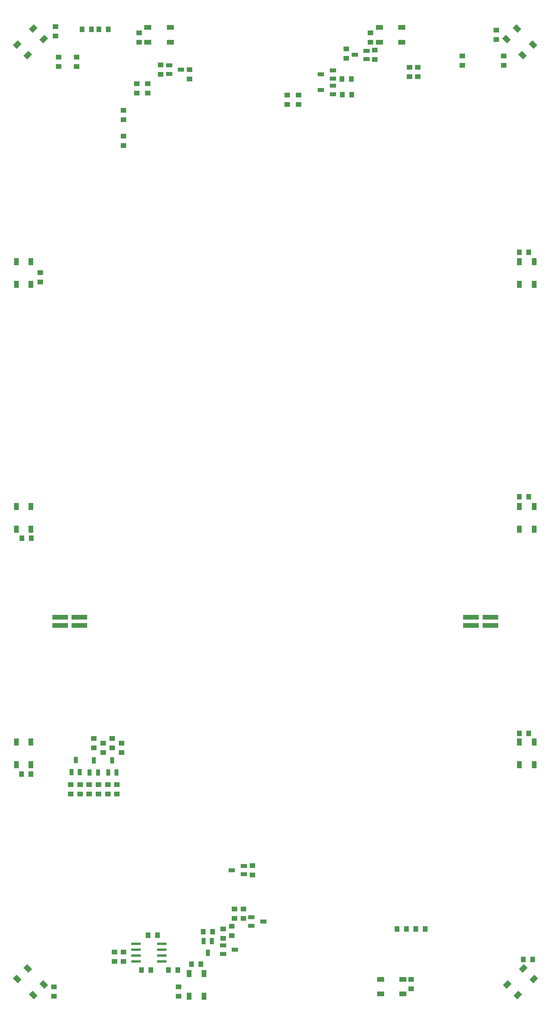
<source format=gbp>
G04*
G04 #@! TF.GenerationSoftware,Altium Limited,Altium Designer,18.1.9 (240)*
G04*
G04 Layer_Color=128*
%FSLAX44Y44*%
%MOMM*%
G71*
G01*
G75*
%ADD80R,1.2700X1.0160*%
%ADD82R,1.0160X1.2700*%
%ADD95R,1.4000X0.9000*%
%ADD99R,0.9000X1.4000*%
%ADD210R,3.5000X1.0000*%
%ADD211R,1.1000X1.5000*%
G04:AMPARAMS|DCode=212|XSize=1.1mm|YSize=1.5mm|CornerRadius=0mm|HoleSize=0mm|Usage=FLASHONLY|Rotation=135.000|XOffset=0mm|YOffset=0mm|HoleType=Round|Shape=Rectangle|*
%AMROTATEDRECTD212*
4,1,4,0.9192,0.1414,-0.1414,-0.9192,-0.9192,-0.1414,0.1414,0.9192,0.9192,0.1414,0.0*
%
%ADD212ROTATEDRECTD212*%

%ADD213R,1.5000X1.1000*%
%ADD214R,2.0000X0.6000*%
G04:AMPARAMS|DCode=215|XSize=1.1mm|YSize=1.5mm|CornerRadius=0mm|HoleSize=0mm|Usage=FLASHONLY|Rotation=45.000|XOffset=0mm|YOffset=0mm|HoleType=Round|Shape=Rectangle|*
%AMROTATEDRECTD215*
4,1,4,0.1414,-0.9192,-0.9192,0.1414,-0.1414,0.9192,0.9192,-0.1414,0.1414,-0.9192,0.0*
%
%ADD215ROTATEDRECTD215*%

D80*
X181000Y-1667160D02*
D03*
Y-1646840D02*
D03*
X162000Y-1667160D02*
D03*
Y-1646840D02*
D03*
X156000Y-1683840D02*
D03*
Y-1704160D02*
D03*
X137000Y-1689840D02*
D03*
Y-1710160D02*
D03*
X-83000Y-1288090D02*
D03*
Y-1308410D02*
D03*
X-123000Y-1288250D02*
D03*
Y-1308570D02*
D03*
X-93000Y-1378090D02*
D03*
Y-1398410D02*
D03*
X-113000Y-1398250D02*
D03*
Y-1377930D02*
D03*
X-133000Y-1378107D02*
D03*
Y-1398427D02*
D03*
X-153000Y-1398410D02*
D03*
Y-1378090D02*
D03*
X-173000Y-1398410D02*
D03*
Y-1378090D02*
D03*
X-193000Y-1398410D02*
D03*
Y-1378090D02*
D03*
X-79000Y26160D02*
D03*
Y5840D02*
D03*
Y82220D02*
D03*
Y61900D02*
D03*
X64000Y170160D02*
D03*
Y149840D02*
D03*
X2000Y180320D02*
D03*
Y160000D02*
D03*
X-180700Y176680D02*
D03*
Y197000D02*
D03*
X-219000Y176680D02*
D03*
Y197000D02*
D03*
X-45000Y249160D02*
D03*
Y228840D02*
D03*
X275875Y94840D02*
D03*
Y115160D02*
D03*
X301000Y94840D02*
D03*
Y115160D02*
D03*
X541000Y175160D02*
D03*
Y154840D02*
D03*
X559000D02*
D03*
Y175160D02*
D03*
X655600Y199760D02*
D03*
Y179440D02*
D03*
X745000Y199760D02*
D03*
Y179440D02*
D03*
X-98000Y-1760160D02*
D03*
Y-1739840D02*
D03*
X-79000Y-1760160D02*
D03*
Y-1739840D02*
D03*
X404000Y194840D02*
D03*
Y215160D02*
D03*
X466000Y191840D02*
D03*
Y212160D02*
D03*
X201000Y-1552840D02*
D03*
Y-1573160D02*
D03*
X-50000Y118840D02*
D03*
Y139160D02*
D03*
X-26000Y118840D02*
D03*
Y139160D02*
D03*
X729000Y234840D02*
D03*
Y255160D02*
D03*
X456000Y249320D02*
D03*
Y229000D02*
D03*
X544090Y-1819320D02*
D03*
Y-1799000D02*
D03*
X40840Y-1815840D02*
D03*
Y-1836160D02*
D03*
X-229000D02*
D03*
Y-1815840D02*
D03*
X-226000Y263160D02*
D03*
Y242840D02*
D03*
X-259000Y-290160D02*
D03*
Y-269840D02*
D03*
X-103000Y-1278090D02*
D03*
Y-1298410D02*
D03*
X-143000Y-1277930D02*
D03*
Y-1298250D02*
D03*
D82*
X415160Y150000D02*
D03*
X394840D02*
D03*
X808160Y-1756000D02*
D03*
X787840D02*
D03*
X554840Y-1690000D02*
D03*
X575160D02*
D03*
X534660D02*
D03*
X514340D02*
D03*
X19000Y-1779000D02*
D03*
X39320D02*
D03*
X-19790D02*
D03*
X-40110D02*
D03*
X-25160Y-1704000D02*
D03*
X-4840D02*
D03*
X-132105Y257000D02*
D03*
X-111785D02*
D03*
X416160Y116000D02*
D03*
X395840D02*
D03*
X-168160Y257000D02*
D03*
X-147840D02*
D03*
X89000Y-1766000D02*
D03*
X68680D02*
D03*
X114160Y-1696000D02*
D03*
X93840D02*
D03*
X778840Y-755000D02*
D03*
X799160D02*
D03*
Y-1267000D02*
D03*
X778840D02*
D03*
X799160Y-225400D02*
D03*
X778840D02*
D03*
X-279000Y-1355000D02*
D03*
X-299320D02*
D03*
X-299160Y-844000D02*
D03*
X-278840D02*
D03*
D95*
X224340Y-1674000D02*
D03*
X198340Y-1665000D02*
D03*
Y-1683000D02*
D03*
X163000Y-1735000D02*
D03*
X137000Y-1726000D02*
D03*
Y-1744000D02*
D03*
X156000Y-1563000D02*
D03*
X182000Y-1572000D02*
D03*
Y-1554000D02*
D03*
X20000Y161000D02*
D03*
Y179000D02*
D03*
X46000Y170000D02*
D03*
X349000Y126000D02*
D03*
X375000Y117000D02*
D03*
Y135000D02*
D03*
X349000Y159372D02*
D03*
X375000Y150372D02*
D03*
Y168372D02*
D03*
X422200Y202000D02*
D03*
X448200Y193000D02*
D03*
Y211000D02*
D03*
D99*
X104000Y-1742000D02*
D03*
X113000Y-1716000D02*
D03*
X95000D02*
D03*
X-103000Y-1325250D02*
D03*
X-112000Y-1351250D02*
D03*
X-94000D02*
D03*
X-134000D02*
D03*
X-152000D02*
D03*
X-143000Y-1325250D02*
D03*
X-173350Y-1350790D02*
D03*
X-191350D02*
D03*
X-182350Y-1324790D02*
D03*
D210*
X716001Y-1032999D02*
D03*
X674000Y-1015000D02*
D03*
Y-1033000D02*
D03*
X716001Y-1014999D02*
D03*
X-173999Y-1032999D02*
D03*
X-216000Y-1015000D02*
D03*
Y-1033000D02*
D03*
X-173999Y-1014999D02*
D03*
D211*
X811000Y-294500D02*
D03*
X779000D02*
D03*
X811000Y-245500D02*
D03*
X779000D02*
D03*
X811000Y-824500D02*
D03*
X779000Y-824500D02*
D03*
X811000Y-775500D02*
D03*
X779000Y-775500D02*
D03*
X811000Y-1334500D02*
D03*
X779000D02*
D03*
X811000Y-1285500D02*
D03*
X779000D02*
D03*
X95810Y-1835622D02*
D03*
X63810Y-1835622D02*
D03*
X95810Y-1786622D02*
D03*
X63810Y-1786622D02*
D03*
X-279000Y-1334500D02*
D03*
X-311000Y-1334500D02*
D03*
X-279000Y-1285500D02*
D03*
X-311000Y-1285500D02*
D03*
Y-775500D02*
D03*
X-279000D02*
D03*
X-311000Y-824500D02*
D03*
X-279000D02*
D03*
X-311000Y-245500D02*
D03*
X-279000D02*
D03*
X-311000Y-294500D02*
D03*
X-279000D02*
D03*
D212*
X775352Y-1833258D02*
D03*
X752724Y-1810630D02*
D03*
X810000Y-1798610D02*
D03*
X787373Y-1775982D02*
D03*
X-273990Y258638D02*
D03*
X-251362Y236010D02*
D03*
X-308638Y223990D02*
D03*
X-286010Y201362D02*
D03*
D213*
X478000Y-1831000D02*
D03*
X478000Y-1799000D02*
D03*
X527000Y-1831000D02*
D03*
X527000Y-1799000D02*
D03*
X-26500Y229000D02*
D03*
Y261000D02*
D03*
X22500Y229000D02*
D03*
Y261000D02*
D03*
X524500D02*
D03*
Y229000D02*
D03*
X475500Y261000D02*
D03*
Y229000D02*
D03*
D214*
X-51940Y-1760210D02*
D03*
Y-1747510D02*
D03*
Y-1734810D02*
D03*
Y-1722110D02*
D03*
X3940Y-1760210D02*
D03*
Y-1747510D02*
D03*
Y-1734810D02*
D03*
Y-1722110D02*
D03*
D215*
X-308638Y-1798612D02*
D03*
X-286010Y-1775985D02*
D03*
X-273990Y-1833260D02*
D03*
X-251362Y-1810633D02*
D03*
X808638Y223990D02*
D03*
X786010Y201362D02*
D03*
X773990Y258638D02*
D03*
X751362Y236010D02*
D03*
M02*

</source>
